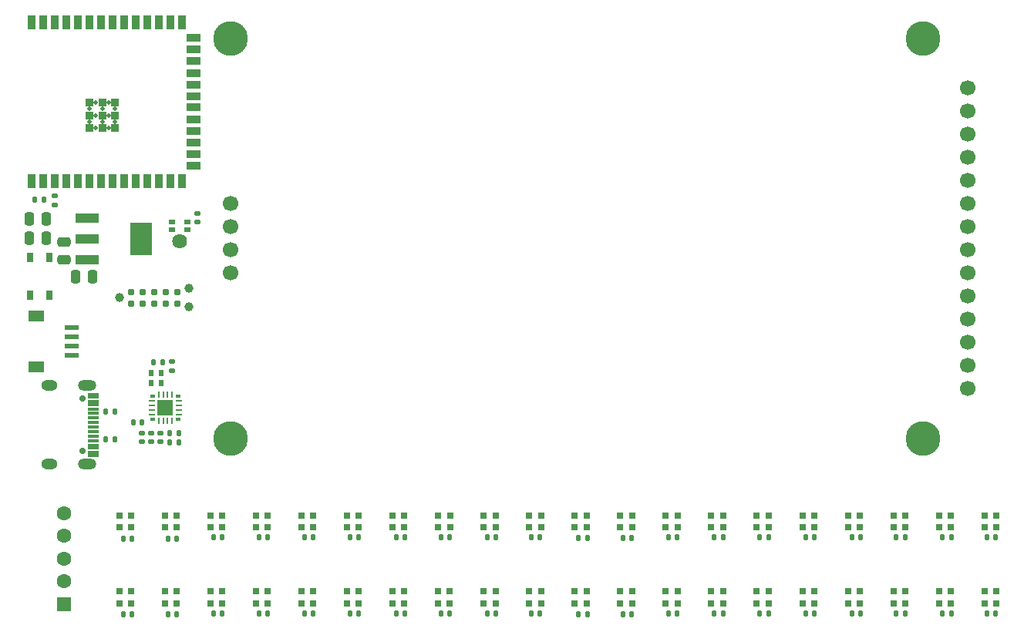
<source format=gbr>
%TF.GenerationSoftware,KiCad,Pcbnew,8.0.6*%
%TF.CreationDate,2024-10-31T12:42:16-07:00*%
%TF.ProjectId,veramonitor,76657261-6d6f-46e6-9974-6f722e6b6963,rev?*%
%TF.SameCoordinates,Original*%
%TF.FileFunction,Soldermask,Top*%
%TF.FilePolarity,Negative*%
%FSLAX46Y46*%
G04 Gerber Fmt 4.6, Leading zero omitted, Abs format (unit mm)*
G04 Created by KiCad (PCBNEW 8.0.6) date 2024-10-31 12:42:16*
%MOMM*%
%LPD*%
G01*
G04 APERTURE LIST*
G04 Aperture macros list*
%AMRoundRect*
0 Rectangle with rounded corners*
0 $1 Rounding radius*
0 $2 $3 $4 $5 $6 $7 $8 $9 X,Y pos of 4 corners*
0 Add a 4 corners polygon primitive as box body*
4,1,4,$2,$3,$4,$5,$6,$7,$8,$9,$2,$3,0*
0 Add four circle primitives for the rounded corners*
1,1,$1+$1,$2,$3*
1,1,$1+$1,$4,$5*
1,1,$1+$1,$6,$7*
1,1,$1+$1,$8,$9*
0 Add four rect primitives between the rounded corners*
20,1,$1+$1,$2,$3,$4,$5,0*
20,1,$1+$1,$4,$5,$6,$7,0*
20,1,$1+$1,$6,$7,$8,$9,0*
20,1,$1+$1,$8,$9,$2,$3,0*%
G04 Aperture macros list end*
%ADD10RoundRect,0.140000X0.170000X-0.140000X0.170000X0.140000X-0.170000X0.140000X-0.170000X-0.140000X0*%
%ADD11R,1.600000X1.600000*%
%ADD12C,1.600000*%
%ADD13R,0.800000X0.800000*%
%ADD14RoundRect,0.140000X0.140000X0.170000X-0.140000X0.170000X-0.140000X-0.170000X0.140000X-0.170000X0*%
%ADD15RoundRect,0.250000X0.250000X0.475000X-0.250000X0.475000X-0.250000X-0.475000X0.250000X-0.475000X0*%
%ADD16RoundRect,0.135000X-0.185000X0.135000X-0.185000X-0.135000X0.185000X-0.135000X0.185000X0.135000X0*%
%ADD17RoundRect,0.135000X0.185000X-0.135000X0.185000X0.135000X-0.185000X0.135000X-0.185000X-0.135000X0*%
%ADD18RoundRect,0.140000X-0.170000X0.140000X-0.170000X-0.140000X0.170000X-0.140000X0.170000X0.140000X0*%
%ADD19C,0.500000*%
%ADD20R,0.730000X0.530000*%
%ADD21C,1.625000*%
%ADD22R,0.900000X1.500000*%
%ADD23R,1.500000X0.900000*%
%ADD24R,0.900000X0.900000*%
%ADD25C,0.700000*%
%ADD26O,2.000000X1.200000*%
%ADD27O,1.800000X1.200000*%
%ADD28R,1.300000X0.300000*%
%ADD29RoundRect,0.250000X-0.475000X0.250000X-0.475000X-0.250000X0.475000X-0.250000X0.475000X0.250000X0*%
%ADD30R,0.500000X0.340000*%
%ADD31R,0.700000X0.250000*%
%ADD32R,0.250000X0.700000*%
%ADD33R,1.700000X1.700000*%
%ADD34RoundRect,0.135000X-0.135000X-0.185000X0.135000X-0.185000X0.135000X0.185000X-0.135000X0.185000X0*%
%ADD35R,1.550000X0.600000*%
%ADD36R,1.800000X1.200000*%
%ADD37R,0.540000X0.640000*%
%ADD38RoundRect,0.135000X0.135000X0.185000X-0.135000X0.185000X-0.135000X-0.185000X0.135000X-0.185000X0*%
%ADD39R,2.500000X1.100000*%
%ADD40R,2.340000X3.600000*%
%ADD41R,0.700000X1.050000*%
%ADD42C,0.990600*%
%ADD43C,0.787400*%
%ADD44C,3.800000*%
%ADD45C,1.700000*%
G04 APERTURE END LIST*
D10*
%TO.C,C1*%
X59790000Y-92070000D03*
X59790000Y-91110000D03*
%TD*%
D11*
%TO.C,U11*%
X45130000Y-134030000D03*
D12*
X45130000Y-131530000D03*
X45130000Y-129030000D03*
X45130000Y-126530000D03*
X45130000Y-124030000D03*
%TD*%
D13*
%TO.C,U38*%
X82520000Y-133915000D03*
X82520000Y-132615000D03*
X81220000Y-132615000D03*
X81220000Y-133915000D03*
%TD*%
D14*
%TO.C,C49*%
X142580000Y-135015000D03*
X141620000Y-135015000D03*
%TD*%
%TO.C,C20*%
X96465000Y-126695000D03*
X97425000Y-126695000D03*
%TD*%
%TO.C,C43*%
X112500000Y-135015000D03*
X111540000Y-135015000D03*
%TD*%
D15*
%TO.C,C6*%
X43200000Y-93825000D03*
X41300000Y-93825000D03*
%TD*%
D16*
%TO.C,R7*%
X57000000Y-107380000D03*
X57000000Y-108400000D03*
%TD*%
D14*
%TO.C,C41*%
X102600000Y-135115000D03*
X101640000Y-135115000D03*
%TD*%
D13*
%TO.C,U43*%
X107520000Y-133915000D03*
X107520000Y-132615000D03*
X106220000Y-132615000D03*
X106220000Y-133915000D03*
%TD*%
%TO.C,U35*%
X67520000Y-133915000D03*
X67520000Y-132615000D03*
X66220000Y-132615000D03*
X66220000Y-133915000D03*
%TD*%
D14*
%TO.C,C33*%
X62500000Y-135015000D03*
X61540000Y-135015000D03*
%TD*%
D13*
%TO.C,U13*%
X57525000Y-125595000D03*
X57525000Y-124295000D03*
X56225000Y-124295000D03*
X56225000Y-125595000D03*
%TD*%
D14*
%TO.C,C31*%
X52600000Y-135115000D03*
X51640000Y-135115000D03*
%TD*%
D13*
%TO.C,U51*%
X147520000Y-133915000D03*
X147520000Y-132615000D03*
X146220000Y-132615000D03*
X146220000Y-133915000D03*
%TD*%
%TO.C,U19*%
X87525000Y-125595000D03*
X87525000Y-124295000D03*
X86225000Y-124295000D03*
X86225000Y-125595000D03*
%TD*%
D17*
%TO.C,R3*%
X44170000Y-90135000D03*
X44170000Y-89115000D03*
%TD*%
D13*
%TO.C,U37*%
X77520000Y-133915000D03*
X77520000Y-132615000D03*
X76220000Y-132615000D03*
X76220000Y-133915000D03*
%TD*%
D14*
%TO.C,C18*%
X86545000Y-126695000D03*
X87505000Y-126695000D03*
%TD*%
D15*
%TO.C,C2*%
X48320000Y-98015000D03*
X46420000Y-98015000D03*
%TD*%
D14*
%TO.C,C34*%
X67500000Y-135015000D03*
X66540000Y-135015000D03*
%TD*%
%TO.C,C39*%
X92580000Y-135015000D03*
X91620000Y-135015000D03*
%TD*%
%TO.C,C45*%
X122520000Y-135015000D03*
X121560000Y-135015000D03*
%TD*%
%TO.C,C11*%
X51645000Y-126795000D03*
X52605000Y-126795000D03*
%TD*%
D13*
%TO.C,U45*%
X117520000Y-133915000D03*
X117520000Y-132615000D03*
X116220000Y-132615000D03*
X116220000Y-133915000D03*
%TD*%
D14*
%TO.C,C35*%
X72520000Y-135015000D03*
X71560000Y-135015000D03*
%TD*%
D18*
%TO.C,C10*%
X53725000Y-115210000D03*
X53725000Y-116170000D03*
%TD*%
D19*
%TO.C,U3*%
X57870000Y-94125000D03*
D20*
X57030000Y-92055000D03*
X57030000Y-92875000D03*
D21*
X57870000Y-94125000D03*
D20*
X58710000Y-92875000D03*
X58710000Y-92055000D03*
%TD*%
D14*
%TO.C,C25*%
X122520000Y-126690000D03*
X121560000Y-126690000D03*
%TD*%
D19*
%TO.C,U5*%
X48650000Y-81725000D03*
X50050000Y-81725000D03*
X47950000Y-81025000D03*
X49350000Y-81025000D03*
X50750000Y-81025000D03*
X48650000Y-80325000D03*
X50050000Y-80325000D03*
X47950000Y-79625000D03*
X49350000Y-79625000D03*
X50750000Y-79625000D03*
X48650000Y-78925000D03*
X50050000Y-78925000D03*
D22*
X41630000Y-87575000D03*
X42900000Y-87575000D03*
X44170000Y-87575000D03*
X45440000Y-87575000D03*
X46710000Y-87575000D03*
X47980000Y-87575000D03*
X49250000Y-87575000D03*
X50520000Y-87575000D03*
X51790000Y-87575000D03*
X53060000Y-87575000D03*
X54330000Y-87575000D03*
X55600000Y-87575000D03*
X56870000Y-87575000D03*
X58140000Y-87575000D03*
D23*
X59410000Y-85815000D03*
X59410000Y-84545000D03*
X59410000Y-83275000D03*
X59410000Y-82005000D03*
X59410000Y-80735000D03*
X59410000Y-79455000D03*
X59410000Y-78195000D03*
X59410000Y-76925000D03*
X59410000Y-75655000D03*
X59410000Y-74375000D03*
X59410000Y-73105000D03*
X59380000Y-71835000D03*
D22*
X58140000Y-70075000D03*
X56870000Y-70075000D03*
X55600000Y-70075000D03*
X54330000Y-70075000D03*
X53060000Y-70075000D03*
X51790000Y-70075000D03*
X50520000Y-70075000D03*
X49250000Y-70075000D03*
X47980000Y-70075000D03*
X46710000Y-70075000D03*
X45440000Y-70075000D03*
X44170000Y-70075000D03*
X42900000Y-70075000D03*
X41630000Y-70075000D03*
D24*
X47950000Y-81725000D03*
X49350000Y-81725000D03*
X50750000Y-81725000D03*
X47950000Y-80325000D03*
X49350000Y-80325000D03*
X50750000Y-80325000D03*
X47950000Y-78925000D03*
X49350000Y-78925000D03*
X50750000Y-78925000D03*
%TD*%
D25*
%TO.C,U2*%
X47185000Y-111435000D03*
X47185000Y-117215000D03*
D26*
X47725000Y-110005000D03*
X47725000Y-118645000D03*
D27*
X43535000Y-110005000D03*
X43535000Y-118645000D03*
D28*
X48375000Y-110975000D03*
X48375000Y-111775000D03*
X48375000Y-113075000D03*
X48375000Y-114075000D03*
X48375000Y-114575000D03*
X48375000Y-115575000D03*
X48365000Y-116875000D03*
X48375000Y-117675000D03*
X48375000Y-117375000D03*
X48365000Y-116575000D03*
X48375000Y-116075000D03*
X48375000Y-115075000D03*
X48375000Y-113575000D03*
X48375000Y-112575000D03*
X48375000Y-112075000D03*
X48375000Y-111275000D03*
%TD*%
D14*
%TO.C,C30*%
X147420000Y-126690000D03*
X146460000Y-126690000D03*
%TD*%
D13*
%TO.C,U44*%
X112520000Y-133915000D03*
X112520000Y-132615000D03*
X111220000Y-132615000D03*
X111220000Y-133915000D03*
%TD*%
%TO.C,U21*%
X97525000Y-125595000D03*
X97525000Y-124295000D03*
X96225000Y-124295000D03*
X96225000Y-125595000D03*
%TD*%
D29*
%TO.C,C3*%
X45170000Y-94265000D03*
X45170000Y-96165000D03*
%TD*%
D13*
%TO.C,U27*%
X127520000Y-125590000D03*
X127520000Y-124290000D03*
X126220000Y-124290000D03*
X126220000Y-125590000D03*
%TD*%
D14*
%TO.C,C50*%
X147420000Y-135015000D03*
X146460000Y-135015000D03*
%TD*%
%TO.C,C32*%
X57500000Y-135115000D03*
X56540000Y-135115000D03*
%TD*%
D13*
%TO.C,U15*%
X67525000Y-125595000D03*
X67525000Y-124295000D03*
X66225000Y-124295000D03*
X66225000Y-125595000D03*
%TD*%
D30*
%TO.C,U10*%
X54900000Y-111175000D03*
D31*
X54830000Y-111675000D03*
X54830000Y-112175000D03*
X54830000Y-112675000D03*
X54830000Y-113175000D03*
D30*
X54900000Y-113675000D03*
D32*
X55530000Y-113875000D03*
X56030000Y-113875000D03*
X56530000Y-113875000D03*
X57030000Y-113875000D03*
D30*
X57660000Y-113675000D03*
D31*
X57730000Y-113175000D03*
X57730000Y-112675000D03*
X57730000Y-112175000D03*
X57730000Y-111675000D03*
D30*
X57660000Y-111175000D03*
D32*
X57030000Y-110975000D03*
X56530000Y-110975000D03*
X56030000Y-110975000D03*
X55530000Y-110975000D03*
D33*
X56280000Y-112425000D03*
%TD*%
D14*
%TO.C,C12*%
X56545000Y-126795000D03*
X57505000Y-126795000D03*
%TD*%
D18*
%TO.C,C7*%
X54725000Y-115230000D03*
X54725000Y-116190000D03*
%TD*%
D13*
%TO.C,U28*%
X132520000Y-125590000D03*
X132520000Y-124290000D03*
X131220000Y-124290000D03*
X131220000Y-125590000D03*
%TD*%
%TO.C,U41*%
X97520000Y-133915000D03*
X97520000Y-132615000D03*
X96220000Y-132615000D03*
X96220000Y-133915000D03*
%TD*%
D14*
%TO.C,C9*%
X53725000Y-114075000D03*
X52765000Y-114075000D03*
%TD*%
D15*
%TO.C,C5*%
X43200000Y-91725000D03*
X41300000Y-91725000D03*
%TD*%
D13*
%TO.C,U30*%
X142520000Y-125590000D03*
X142520000Y-124290000D03*
X141220000Y-124290000D03*
X141220000Y-125590000D03*
%TD*%
D14*
%TO.C,C38*%
X87500000Y-135015000D03*
X86540000Y-135015000D03*
%TD*%
%TO.C,C23*%
X112500000Y-126690000D03*
X111540000Y-126690000D03*
%TD*%
D34*
%TO.C,R1*%
X49687500Y-112825000D03*
X50707500Y-112825000D03*
%TD*%
D13*
%TO.C,U17*%
X77525000Y-125595000D03*
X77525000Y-124295000D03*
X76225000Y-124295000D03*
X76225000Y-125595000D03*
%TD*%
D35*
%TO.C,J1*%
X46000000Y-103670000D03*
X46000000Y-104670000D03*
X46000000Y-105670000D03*
X46000000Y-106670000D03*
D36*
X42120000Y-107970000D03*
X42120000Y-102370000D03*
%TD*%
D14*
%TO.C,C13*%
X61545000Y-126695000D03*
X62505000Y-126695000D03*
%TD*%
D13*
%TO.C,U16*%
X72525000Y-125595000D03*
X72525000Y-124295000D03*
X71225000Y-124295000D03*
X71225000Y-125595000D03*
%TD*%
%TO.C,U18*%
X82525000Y-125595000D03*
X82525000Y-124295000D03*
X81225000Y-124295000D03*
X81225000Y-125595000D03*
%TD*%
%TO.C,U50*%
X142520000Y-133915000D03*
X142520000Y-132615000D03*
X141220000Y-132615000D03*
X141220000Y-133915000D03*
%TD*%
D14*
%TO.C,C36*%
X77520000Y-135015000D03*
X76560000Y-135015000D03*
%TD*%
%TO.C,C40*%
X97420000Y-135015000D03*
X96460000Y-135015000D03*
%TD*%
D37*
%TO.C,U8*%
X55850000Y-108665000D03*
X55850000Y-109745000D03*
%TD*%
D13*
%TO.C,U20*%
X92525000Y-125595000D03*
X92525000Y-124295000D03*
X91225000Y-124295000D03*
X91225000Y-125595000D03*
%TD*%
%TO.C,U22*%
X102520000Y-125590000D03*
X102520000Y-124290000D03*
X101220000Y-124290000D03*
X101220000Y-125590000D03*
%TD*%
D38*
%TO.C,R5*%
X57760000Y-116240000D03*
X56740000Y-116240000D03*
%TD*%
D14*
%TO.C,C47*%
X132600000Y-135015000D03*
X131640000Y-135015000D03*
%TD*%
D13*
%TO.C,U46*%
X122520000Y-133915000D03*
X122520000Y-132615000D03*
X121220000Y-132615000D03*
X121220000Y-133915000D03*
%TD*%
%TO.C,U14*%
X62525000Y-125595000D03*
X62525000Y-124295000D03*
X61225000Y-124295000D03*
X61225000Y-125595000D03*
%TD*%
D14*
%TO.C,C26*%
X127520000Y-126690000D03*
X126560000Y-126690000D03*
%TD*%
D13*
%TO.C,U47*%
X127520000Y-133915000D03*
X127520000Y-132615000D03*
X126220000Y-132615000D03*
X126220000Y-133915000D03*
%TD*%
D14*
%TO.C,C15*%
X71565000Y-126695000D03*
X72525000Y-126695000D03*
%TD*%
D13*
%TO.C,U34*%
X62520000Y-133915000D03*
X62520000Y-132615000D03*
X61220000Y-132615000D03*
X61220000Y-133915000D03*
%TD*%
%TO.C,U32*%
X52520000Y-133915000D03*
X52520000Y-132615000D03*
X51220000Y-132615000D03*
X51220000Y-133915000D03*
%TD*%
%TO.C,U29*%
X137520000Y-125590000D03*
X137520000Y-124290000D03*
X136220000Y-124290000D03*
X136220000Y-125590000D03*
%TD*%
%TO.C,U31*%
X147520000Y-125590000D03*
X147520000Y-124290000D03*
X146220000Y-124290000D03*
X146220000Y-125590000D03*
%TD*%
D18*
%TO.C,C8*%
X55750000Y-115225000D03*
X55750000Y-116185000D03*
%TD*%
D39*
%TO.C,U4*%
X47700000Y-91615000D03*
X47700000Y-93915000D03*
X47700000Y-96215000D03*
D40*
X53640000Y-93915000D03*
%TD*%
D13*
%TO.C,U49*%
X137520000Y-133915000D03*
X137520000Y-132615000D03*
X136220000Y-132615000D03*
X136220000Y-133915000D03*
%TD*%
D14*
%TO.C,C42*%
X107500000Y-135115000D03*
X106540000Y-135115000D03*
%TD*%
D13*
%TO.C,U33*%
X57520000Y-133915000D03*
X57520000Y-132615000D03*
X56220000Y-132615000D03*
X56220000Y-133915000D03*
%TD*%
%TO.C,U48*%
X132520000Y-133915000D03*
X132520000Y-132615000D03*
X131220000Y-132615000D03*
X131220000Y-133915000D03*
%TD*%
D14*
%TO.C,C27*%
X132600000Y-126690000D03*
X131640000Y-126690000D03*
%TD*%
D13*
%TO.C,U23*%
X107520000Y-125590000D03*
X107520000Y-124290000D03*
X106220000Y-124290000D03*
X106220000Y-125590000D03*
%TD*%
D14*
%TO.C,C28*%
X137500000Y-126690000D03*
X136540000Y-126690000D03*
%TD*%
%TO.C,C4*%
X42930000Y-89615000D03*
X41970000Y-89615000D03*
%TD*%
D13*
%TO.C,U42*%
X102520000Y-133915000D03*
X102520000Y-132615000D03*
X101220000Y-132615000D03*
X101220000Y-133915000D03*
%TD*%
D34*
%TO.C,R2*%
X49687500Y-115925000D03*
X50707500Y-115925000D03*
%TD*%
D14*
%TO.C,C37*%
X82600000Y-135015000D03*
X81640000Y-135015000D03*
%TD*%
%TO.C,C21*%
X102600000Y-126790000D03*
X101640000Y-126790000D03*
%TD*%
D38*
%TO.C,R6*%
X55985000Y-107440000D03*
X54965000Y-107440000D03*
%TD*%
D14*
%TO.C,C14*%
X66545000Y-126695000D03*
X67505000Y-126695000D03*
%TD*%
%TO.C,C48*%
X137500000Y-135015000D03*
X136540000Y-135015000D03*
%TD*%
D13*
%TO.C,U26*%
X122520000Y-125590000D03*
X122520000Y-124290000D03*
X121220000Y-124290000D03*
X121220000Y-125590000D03*
%TD*%
D41*
%TO.C,U6*%
X43570000Y-95900000D03*
X43570000Y-100100000D03*
X41430000Y-95900000D03*
X41430000Y-100100000D03*
%TD*%
D13*
%TO.C,U24*%
X112520000Y-125590000D03*
X112520000Y-124290000D03*
X111220000Y-124290000D03*
X111220000Y-125590000D03*
%TD*%
%TO.C,U36*%
X72520000Y-133915000D03*
X72520000Y-132615000D03*
X71220000Y-132615000D03*
X71220000Y-133915000D03*
%TD*%
D14*
%TO.C,C46*%
X127520000Y-135015000D03*
X126560000Y-135015000D03*
%TD*%
%TO.C,C44*%
X117500000Y-135015000D03*
X116540000Y-135015000D03*
%TD*%
D13*
%TO.C,U40*%
X92520000Y-133915000D03*
X92520000Y-132615000D03*
X91220000Y-132615000D03*
X91220000Y-133915000D03*
%TD*%
D14*
%TO.C,C22*%
X107500000Y-126790000D03*
X106540000Y-126790000D03*
%TD*%
%TO.C,C24*%
X117500000Y-126690000D03*
X116540000Y-126690000D03*
%TD*%
%TO.C,C19*%
X91625000Y-126695000D03*
X92585000Y-126695000D03*
%TD*%
%TO.C,C29*%
X142580000Y-126690000D03*
X141620000Y-126690000D03*
%TD*%
%TO.C,C17*%
X81645000Y-126695000D03*
X82605000Y-126695000D03*
%TD*%
%TO.C,C16*%
X76565000Y-126695000D03*
X77525000Y-126695000D03*
%TD*%
D13*
%TO.C,U25*%
X117520000Y-125590000D03*
X117520000Y-124290000D03*
X116220000Y-124290000D03*
X116220000Y-125590000D03*
%TD*%
D37*
%TO.C,U9*%
X54725000Y-109740000D03*
X54725000Y-108660000D03*
%TD*%
D42*
%TO.C,U1*%
X51285000Y-100360000D03*
X58905000Y-99345000D03*
X58905000Y-101375000D03*
D43*
X52555000Y-100995000D03*
X53825000Y-100995000D03*
X55095000Y-100995000D03*
X56365000Y-100995000D03*
X57635000Y-100995000D03*
X57635000Y-99725000D03*
X56365000Y-99725000D03*
X55095000Y-99725000D03*
X53825000Y-99725000D03*
X52555000Y-99725000D03*
%TD*%
D34*
%TO.C,R4*%
X56740000Y-115265000D03*
X57760000Y-115265000D03*
%TD*%
D13*
%TO.C,U39*%
X87520000Y-133915000D03*
X87520000Y-132615000D03*
X86220000Y-132615000D03*
X86220000Y-133915000D03*
%TD*%
%TO.C,U12*%
X52525000Y-125595000D03*
X52525000Y-124295000D03*
X51225000Y-124295000D03*
X51225000Y-125595000D03*
%TD*%
D44*
%TO.C,U7*%
X63435000Y-71850000D03*
X63435000Y-115850000D03*
X139505000Y-71850000D03*
X139505000Y-115850000D03*
D45*
X144415000Y-110360000D03*
X144415000Y-107820000D03*
X144415000Y-105280000D03*
X144415000Y-102740000D03*
X144415000Y-100200000D03*
X144415000Y-97660000D03*
X144415000Y-95120000D03*
X144415000Y-92580000D03*
X144415000Y-90040000D03*
X144415000Y-87500000D03*
X144415000Y-84960000D03*
X144415000Y-82420000D03*
X144415000Y-79880000D03*
X144415000Y-77340000D03*
X63435000Y-97660000D03*
X63435000Y-95120000D03*
X63435000Y-92580000D03*
X63435000Y-90040000D03*
%TD*%
M02*

</source>
